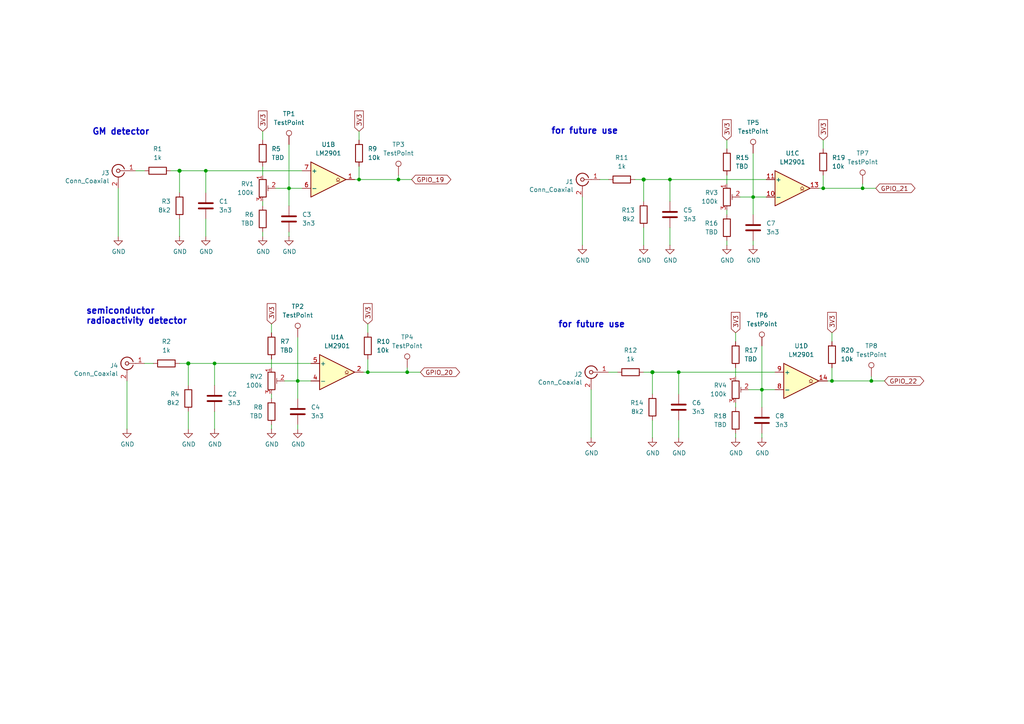
<source format=kicad_sch>
(kicad_sch (version 20250114) (generator "eeschema") (generator_version "9.0")
  (paper "A4")
  (lib_symbols
    (symbol "Comparator:LM2901" (pin_names (offset 0.127))
      (property "Reference" "U" (at 0 5.08 0))
      (property "Value" "LM2901" (at 0 -5.08 0))
      (symbol "LM2901_1_1"
        (polyline (pts (xy -5.08 5.08) (xy 5.08 0) (xy -5.08 -5.08) (xy -5.08 5.08)) (stroke (width 0.254)) (fill (type background)))
        (polyline (pts (xy 3.302 -0.508) (xy 2.794 -0.508) (xy 3.302 0) (xy 2.794 0.508) (xy 2.286 0) (xy 2.794 -0.508) (xy 2.286 -0.508)) (stroke (width 0.127)))
        (pin input line (at -7.62 2.54 0) (length 2.54) (name "+") (number "5"))
        (pin input line (at -7.62 -2.54 0) (length 2.54) (name "-") (number "4"))
        (pin open_collector line (at 7.62 0 180) (length 2.54) (name "~") (number "2"))
      )
      (symbol "LM2901_2_1"
        (polyline (pts (xy -5.08 5.08) (xy 5.08 0) (xy -5.08 -5.08) (xy -5.08 5.08)) (stroke (width 0.254)) (fill (type background)))
        (polyline (pts (xy 3.302 -0.508) (xy 2.794 -0.508) (xy 3.302 0) (xy 2.794 0.508) (xy 2.286 0) (xy 2.794 -0.508) (xy 2.286 -0.508)) (stroke (width 0.127)))
        (pin input line (at -7.62 2.54 0) (length 2.54) (name "+") (number "7"))
        (pin input line (at -7.62 -2.54 0) (length 2.54) (name "-") (number "6"))
        (pin open_collector line (at 7.62 0 180) (length 2.54) (name "~") (number "1"))
      )
      (symbol "LM2901_3_1"
        (polyline (pts (xy -5.08 5.08) (xy 5.08 0) (xy -5.08 -5.08) (xy -5.08 5.08)) (stroke (width 0.254)) (fill (type background)))
        (polyline (pts (xy 3.302 -0.508) (xy 2.794 -0.508) (xy 3.302 0) (xy 2.794 0.508) (xy 2.286 0) (xy 2.794 -0.508) (xy 2.286 -0.508)) (stroke (width 0.127)))
        (pin input line (at -7.62 2.54 0) (length 2.54) (name "+") (number "11"))
        (pin input line (at -7.62 -2.54 0) (length 2.54) (name "-") (number "10"))
        (pin open_collector line (at 7.62 0 180) (length 2.54) (name "~") (number "13"))
      )
      (symbol "LM2901_4_1"
        (polyline (pts (xy -5.08 5.08) (xy 5.08 0) (xy -5.08 -5.08) (xy -5.08 5.08)) (stroke (width 0.254)) (fill (type background)))
        (polyline (pts (xy 3.302 -0.508) (xy 2.794 -0.508) (xy 3.302 0) (xy 2.794 0.508) (xy 2.286 0) (xy 2.794 -0.508) (xy 2.286 -0.508)) (stroke (width 0.127)))
        (pin input line (at -7.62 2.54 0) (length 2.54) (name "+") (number "9"))
        (pin input line (at -7.62 -2.54 0) (length 2.54) (name "-") (number "8"))
        (pin open_collector line (at 7.62 0 180) (length 2.54) (name "~") (number "14"))
      )
      (symbol "LM2901_5_1"
        (pin power_in line (at -2.54 7.62 270) (length 3.81) (name "V+") (number "3"))
        (pin power_in line (at -2.54 -7.62 90) (length 3.81) (name "V-") (number "12"))
      )
    )
    (symbol "Connector:Conn_Coaxial" (pin_names (offset 1.016) (hide yes))
      (property "Reference" "J" (at 0.254 3.048 0))
      (property "Value" "Conn_Coaxial" (at 2.921 0 90))
      (symbol "Conn_Coaxial_0_1"
        (polyline (pts (xy -2.54 0) (xy -0.508 0)))
        (arc (start 1.778 0) (mid 0.222 -1.8079) (end -1.778 -0.508) (stroke (width 0.254)))
        (arc (start -1.778 0.508) (mid 0.2221 1.8084) (end 1.778 0) (stroke (width 0.254)))
        (circle (center 0 0) (radius 0.508) (stroke (width 0.2032)))
        (polyline (pts (xy 0 -2.54) (xy 0 -1.778)))
      )
      (symbol "Conn_Coaxial_1_1"
        (pin passive line (at -5.08 0 0) (length 2.54) (name "In") (number "1"))
        (pin passive line (at 0 -5.08 90) (length 2.54) (name "Ext") (number "2"))
      )
    )
    (symbol "Connector:TestPoint" (pin_numbers (hide yes)) (pin_names (offset 0.762) (hide yes))
      (property "Reference" "TP" (at 0 6.858 0))
      (property "Value" "TestPoint" (at 0 5.08 0))
      (symbol "TestPoint_0_1"
        (circle (center 0 3.302) (radius 0.762))
      )
      (symbol "TestPoint_1_1"
        (pin passive line (at 0 0 90) (length 2.54) (name "1") (number "1"))
      )
    )
    (symbol "Device:C" (pin_numbers (hide yes)) (pin_names (offset 0.254))
      (property "Reference" "C" (at 0.635 2.54 0))
      (property "Value" "C" (at 0.635 -2.54 0))
      (symbol "C_0_1"
        (polyline (pts (xy -2.032 0.762) (xy 2.032 0.762)) (stroke (width 0.508)))
        (polyline (pts (xy -2.032 -0.762) (xy 2.032 -0.762)) (stroke (width 0.508)))
      )
      (symbol "C_1_1"
        (pin passive line (at 0 3.81 270) (length 2.794) (name "~") (number "1"))
        (pin passive line (at 0 -3.81 90) (length 2.794) (name "~") (number "2"))
      )
    )
    (symbol "Device:R" (pin_numbers (hide yes)) (pin_names (offset 0))
      (property "Reference" "R" (at 2.032 0 90))
      (property "Value" "R" (at 0 0 90))
      (symbol "R_0_1"
        (rectangle (start -1.016 -2.54) (end 1.016 2.54) (stroke (width 0.254)))
      )
      (symbol "R_1_1"
        (pin passive line (at 0 3.81 270) (length 1.27) (name "~") (number "1"))
        (pin passive line (at 0 -3.81 90) (length 1.27) (name "~") (number "2"))
      )
    )
    (symbol "Device:R_Potentiometer_Trim" (pin_names (offset 1.016) (hide yes))
      (property "Reference" "RV" (at -4.445 0 90))
      (property "Value" "R_Potentiometer_Trim" (at -2.54 0 90))
      (symbol "R_Potentiometer_Trim_0_1"
        (rectangle (start 1.016 2.54) (end -1.016 -2.54) (stroke (width 0.254)))
        (polyline (pts (xy 1.524 0.762) (xy 1.524 -0.762)))
        (polyline (pts (xy 2.54 0) (xy 1.524 0)))
      )
      (symbol "R_Potentiometer_Trim_1_1"
        (pin passive line (at 0 3.81 270) (length 1.27) (name "1") (number "1"))
        (pin passive line (at 0 -3.81 90) (length 1.27) (name "3") (number "3"))
        (pin passive line (at 3.81 0 180) (length 1.27) (name "2") (number "2"))
      )
    )
    (symbol "power:GND" (power) (pin_numbers (hide yes)) (pin_names (offset 0) (hide yes))
      (property "Value" "GND" (at 0 -3.81 0))
      (symbol "GND_0_1"
        (polyline (pts (xy 0 0) (xy 0 -1.27) (xy 1.27 -1.27) (xy 0 -2.54) (xy -1.27 -1.27) (xy 0 -1.27)))
      )
      (symbol "GND_1_1"
        (pin power_in line (at 0 0 270) (length 0) (name "~") (number "1"))
      )
    )
  )
  (text "GM detector" (at 26.67 39.37 0) (effects (font (size 1.8034 1.8034) (thickness 0.3607) (bold yes)) (justify left bottom)))
  (text "for future use" (at 161.798 95.25 0) (effects (font (size 1.8034 1.8034) (thickness 0.3607) (bold yes)) (justify left bottom)))
  (text "semiconductor \nradioactivity detector" (at 24.892 94.234 0) (effects (font (size 1.8034 1.8034) (thickness 0.3607) (bold yes)) (justify left bottom)))
  (text "for future use" (at 159.766 39.116 0) (effects (font (size 1.8034 1.8034) (thickness 0.3607) (bold yes)) (justify left bottom)))
  (junction (at 59.69 49.53))
  (junction (at 83.82 54.61))
  (junction (at 189.23 107.95) (diameter 1.016))
  (junction (at 238.76 54.61))
  (junction (at 62.23 105.41))
  (junction (at 252.73 110.49))
  (junction (at 54.61 105.41) (diameter 1.016))
  (junction (at 250.19 54.61))
  (junction (at 115.57 52.07))
  (junction (at 241.3 110.49))
  (junction (at 106.68 107.95))
  (junction (at 186.69 52.07) (diameter 1.016))
  (junction (at 220.98 113.03))
  (junction (at 52.07 49.53) (diameter 1.016))
  (junction (at 104.14 52.07))
  (junction (at 86.36 110.49))
  (junction (at 218.44 57.15))
  (junction (at 194.31 52.07))
  (junction (at 118.11 107.95))
  (junction (at 196.85 107.95))
  (wire (pts (xy 82.55 110.49) (xy 86.36 110.49)))
  (wire (pts (xy 168.91 57.15) (xy 168.91 71.12)))
  (wire (pts (xy 252.73 110.49) (xy 256.54 110.49)))
  (wire (pts (xy 106.68 104.14) (xy 106.68 107.95)))
  (wire (pts (xy 214.63 57.15) (xy 218.44 57.15)))
  (wire (pts (xy 62.23 105.41) (xy 90.17 105.41)))
  (wire (pts (xy 34.29 54.61) (xy 34.29 68.58)))
  (wire (pts (xy 105.41 107.95) (xy 106.68 107.95)))
  (wire (pts (xy 213.36 106.68) (xy 213.36 109.22)))
  (wire (pts (xy 86.36 110.49) (xy 90.17 110.49)))
  (wire (pts (xy 217.17 113.03) (xy 220.98 113.03)))
  (wire (pts (xy 83.82 67.31) (xy 83.82 68.58)))
  (wire (pts (xy 104.14 52.07) (xy 115.57 52.07)))
  (wire (pts (xy 213.36 125.73) (xy 213.36 127)))
  (wire (pts (xy 49.53 49.53) (xy 52.07 49.53)))
  (wire (pts (xy 115.57 50.8) (xy 115.57 52.07)))
  (wire (pts (xy 176.53 107.95) (xy 179.07 107.95)))
  (wire (pts (xy 76.2 38.1) (xy 76.2 40.64)))
  (wire (pts (xy 76.2 67.31) (xy 76.2 68.58)))
  (wire (pts (xy 186.69 52.07) (xy 186.69 58.42)))
  (wire (pts (xy 196.85 121.92) (xy 196.85 127)))
  (wire (pts (xy 220.98 125.73) (xy 220.98 127)))
  (wire (pts (xy 54.61 105.41) (xy 62.23 105.41)))
  (wire (pts (xy 220.98 100.33) (xy 220.98 113.03)))
  (wire (pts (xy 76.2 58.42) (xy 76.2 59.69)))
  (wire (pts (xy 220.98 113.03) (xy 220.98 118.11)))
  (wire (pts (xy 218.44 57.15) (xy 218.44 62.23)))
  (wire (pts (xy 210.82 60.96) (xy 210.82 62.23)))
  (wire (pts (xy 59.69 63.5) (xy 59.69 68.58)))
  (wire (pts (xy 76.2 48.26) (xy 76.2 50.8)))
  (wire (pts (xy 210.82 40.64) (xy 210.82 43.18)))
  (wire (pts (xy 238.76 40.64) (xy 238.76 43.18)))
  (wire (pts (xy 80.01 54.61) (xy 83.82 54.61)))
  (wire (pts (xy 118.11 106.68) (xy 118.11 107.95)))
  (wire (pts (xy 106.68 107.95) (xy 118.11 107.95)))
  (wire (pts (xy 184.15 52.07) (xy 186.69 52.07)))
  (wire (pts (xy 54.61 105.41) (xy 54.61 111.76)))
  (wire (pts (xy 186.69 107.95) (xy 189.23 107.95)))
  (wire (pts (xy 83.82 54.61) (xy 87.63 54.61)))
  (wire (pts (xy 36.83 110.49) (xy 36.83 124.46)))
  (wire (pts (xy 115.57 52.07) (xy 119.38 52.07)))
  (wire (pts (xy 220.98 113.03) (xy 224.79 113.03)))
  (wire (pts (xy 78.74 114.3) (xy 78.74 115.57)))
  (wire (pts (xy 213.36 96.52) (xy 213.36 99.06)))
  (wire (pts (xy 86.36 110.49) (xy 86.36 115.57)))
  (wire (pts (xy 52.07 49.53) (xy 52.07 55.88)))
  (wire (pts (xy 86.36 97.79) (xy 86.36 110.49)))
  (wire (pts (xy 78.74 104.14) (xy 78.74 106.68)))
  (wire (pts (xy 196.85 107.95) (xy 196.85 114.3)))
  (wire (pts (xy 213.36 116.84) (xy 213.36 118.11)))
  (wire (pts (xy 186.69 52.07) (xy 194.31 52.07)))
  (wire (pts (xy 83.82 54.61) (xy 83.82 59.69)))
  (wire (pts (xy 118.11 107.95) (xy 121.92 107.95)))
  (wire (pts (xy 52.07 49.53) (xy 59.69 49.53)))
  (wire (pts (xy 238.76 50.8) (xy 238.76 54.61)))
  (wire (pts (xy 78.74 93.98) (xy 78.74 96.52)))
  (wire (pts (xy 196.85 107.95) (xy 224.79 107.95)))
  (wire (pts (xy 104.14 38.1) (xy 104.14 40.64)))
  (wire (pts (xy 106.68 93.98) (xy 106.68 96.52)))
  (wire (pts (xy 102.87 52.07) (xy 104.14 52.07)))
  (wire (pts (xy 59.69 49.53) (xy 59.69 55.88)))
  (wire (pts (xy 171.45 113.03) (xy 171.45 127)))
  (wire (pts (xy 62.23 105.41) (xy 62.23 111.76)))
  (wire (pts (xy 237.49 54.61) (xy 238.76 54.61)))
  (wire (pts (xy 241.3 96.52) (xy 241.3 99.06)))
  (wire (pts (xy 194.31 52.07) (xy 194.31 58.42)))
  (wire (pts (xy 210.82 50.8) (xy 210.82 53.34)))
  (wire (pts (xy 218.44 44.45) (xy 218.44 57.15)))
  (wire (pts (xy 104.14 48.26) (xy 104.14 52.07)))
  (wire (pts (xy 241.3 106.68) (xy 241.3 110.49)))
  (wire (pts (xy 194.31 52.07) (xy 222.25 52.07)))
  (wire (pts (xy 78.74 123.19) (xy 78.74 124.46)))
  (wire (pts (xy 86.36 123.19) (xy 86.36 124.46)))
  (wire (pts (xy 62.23 119.38) (xy 62.23 124.46)))
  (wire (pts (xy 54.61 119.38) (xy 54.61 124.46)))
  (wire (pts (xy 41.91 105.41) (xy 44.45 105.41)))
  (wire (pts (xy 52.07 105.41) (xy 54.61 105.41)))
  (wire (pts (xy 252.73 109.22) (xy 252.73 110.49)))
  (wire (pts (xy 250.19 53.34) (xy 250.19 54.61)))
  (wire (pts (xy 83.82 41.91) (xy 83.82 54.61)))
  (wire (pts (xy 39.37 49.53) (xy 41.91 49.53)))
  (wire (pts (xy 218.44 69.85) (xy 218.44 71.12)))
  (wire (pts (xy 186.69 66.04) (xy 186.69 71.12)))
  (wire (pts (xy 189.23 121.92) (xy 189.23 127)))
  (wire (pts (xy 59.69 49.53) (xy 87.63 49.53)))
  (wire (pts (xy 218.44 57.15) (xy 222.25 57.15)))
  (wire (pts (xy 238.76 54.61) (xy 250.19 54.61)))
  (wire (pts (xy 250.19 54.61) (xy 254 54.61)))
  (wire (pts (xy 194.31 66.04) (xy 194.31 71.12)))
  (wire (pts (xy 173.99 52.07) (xy 176.53 52.07)))
  (wire (pts (xy 52.07 63.5) (xy 52.07 68.58)))
  (wire (pts (xy 189.23 107.95) (xy 189.23 114.3)))
  (wire (pts (xy 189.23 107.95) (xy 196.85 107.95)))
  (wire (pts (xy 210.82 69.85) (xy 210.82 71.12)))
  (wire (pts (xy 240.03 110.49) (xy 241.3 110.49)))
  (wire (pts (xy 241.3 110.49) (xy 252.73 110.49)))
  (global_label "GPIO_19" (shape bidirectional) (at 119.38 52.07 0) (property "Intersheetrefs" "${INTERSHEET_REFS}" (effects (hide yes))))
  (global_label "3V3" (shape input) (at 238.76 40.64 90) (property "Intersheetrefs" "${INTERSHEET_REFS}" (effects (hide yes))))
  (global_label "GPIO_20" (shape bidirectional) (at 121.92 107.95 0) (property "Intersheetrefs" "${INTERSHEET_REFS}" (effects (hide yes))))
  (global_label "GPIO_22" (shape bidirectional) (at 256.54 110.49 0) (property "Intersheetrefs" "${INTERSHEET_REFS}" (effects (hide yes))))
  (global_label "GPIO_21" (shape bidirectional) (at 254 54.61 0) (property "Intersheetrefs" "${INTERSHEET_REFS}" (effects (hide yes))))
  (global_label "3V3" (shape input) (at 76.2 38.1 90) (property "Intersheetrefs" "${INTERSHEET_REFS}" (effects (hide yes))))
  (global_label "3V3" (shape input) (at 213.36 96.52 90) (property "Intersheetrefs" "${INTERSHEET_REFS}" (effects (hide yes))))
  (global_label "3V3" (shape input) (at 78.74 93.98 90) (property "Intersheetrefs" "${INTERSHEET_REFS}" (effects (hide yes))))
  (global_label "3V3" (shape input) (at 106.68 93.98 90) (property "Intersheetrefs" "${INTERSHEET_REFS}" (effects (hide yes))))
  (global_label "3V3" (shape input) (at 241.3 96.52 90) (property "Intersheetrefs" "${INTERSHEET_REFS}" (effects (hide yes))))
  (global_label "3V3" (shape input) (at 104.14 38.1 90) (property "Intersheetrefs" "${INTERSHEET_REFS}" (effects (hide yes))))
  (global_label "3V3" (shape input) (at 210.82 40.64 90) (property "Intersheetrefs" "${INTERSHEET_REFS}" (effects (hide yes))))
  (symbol (lib_id "Device:R") (at 48.26 105.41 90) (unit 1)
    (property "Reference" "R2" (at 48.26 99.06 90))
    (property "Value" "1k" (at 48.26 101.6 90))
    (property "Footprint" "Resistor_SMD:R_0805_2012Metric" (effects (hide yes)))
  )
  (symbol (lib_id "Device:R") (at 186.69 62.23 180) (unit 1)
    (property "Reference" "R13" (at 184.15 60.9599 0) (effects (justify left)))
    (property "Value" "8k2" (at 184.15 63.4999 0) (effects (justify left)))
    (property "Footprint" "Resistor_SMD:R_0805_2012Metric" (effects (hide yes)))
  )
  (symbol (lib_id "power:GND") (at 186.69 71.12 0) (unit 1)
    (property "Reference" "#PWR029" (effects (hide yes)))
    (property "Value" "GND" (at 186.817 75.5142 0))
    (property "Description" "Power symbol creates a global label with name \"GND\" , ground" (effects (hide yes)))
  )
  (symbol (lib_id "Connector:Conn_Coaxial") (at 36.83 105.41 0) (mirror y) (unit 1)
    (property "Reference" "J4" (at 34.29 106.045 0) (effects (justify left)))
    (property "Value" "Conn_Coaxial" (at 34.29 108.3564 0) (effects (justify left)))
    (property "Footprint" "Connector_Coaxial:SMA_Molex_73251-2200_Horizontal" (effects (hide yes)))
    (property "Description" "coaxial connector (BNC, SMA, SMB, SMC, Cinch/RCA, LEMO, ...)" (effects (hide yes)))
  )
  (symbol (lib_id "Connector:TestPoint") (at 252.73 109.22 0) (unit 1)
    (property "Reference" "TP8" (at 252.73 100.33 0))
    (property "Value" "TestPoint" (at 252.73 102.87 0))
    (property "Footprint" "TestPoint:TestPoint_Pad_D1.5mm" (effects (hide yes)))
  )
  (symbol (lib_id "Device:C") (at 220.98 121.92 0) (unit 1)
    (property "Reference" "C8" (at 224.79 120.6499 0) (effects (justify left)))
    (property "Value" "3n3" (at 224.79 123.1899 0) (effects (justify left)))
    (property "Footprint" "Capacitor_SMD:C_0805_2012Metric" (effects (hide yes)))
  )
  (symbol (lib_id "power:GND") (at 78.74 124.46 0) (unit 1)
    (property "Reference" "#PWR021" (effects (hide yes)))
    (property "Value" "GND" (at 78.867 128.8542 0))
    (property "Description" "Power symbol creates a global label with name \"GND\" , ground" (effects (hide yes)))
  )
  (symbol (lib_id "Comparator:LM2901") (at 97.79 107.95 0) (unit 1)
    (property "Reference" "U1" (at 97.79 97.79 0))
    (property "Value" "LM2901" (at 97.79 100.33 0))
    (property "Footprint" "Package_SO:SO-14_3.9x8.65mm_P1.27mm" (effects (hide yes)))
    (property "Datasheet" "https://www.st.com/resource/en/datasheet/lm2901.pdf" (effects (hide yes)))
    (property "Description" "Quad Differential Comparators, DIP-14/SOIC-14/TSSOP-14" (effects (hide yes)))
  )
  (symbol (lib_id "Comparator:LM2901") (at 229.87 54.61 0) (unit 3)
    (property "Reference" "U1" (at 229.87 44.45 0))
    (property "Value" "LM2901" (at 229.87 46.99 0))
    (property "Footprint" "Package_SO:SO-14_3.9x8.65mm_P1.27mm" (effects (hide yes)))
    (property "Datasheet" "https://www.st.com/resource/en/datasheet/lm2901.pdf" (effects (hide yes)))
    (property "Description" "Quad Differential Comparators, DIP-14/SOIC-14/TSSOP-14" (effects (hide yes)))
  )
  (symbol (lib_id "Device:C") (at 218.44 66.04 0) (unit 1)
    (property "Reference" "C7" (at 222.25 64.7699 0) (effects (justify left)))
    (property "Value" "3n3" (at 222.25 67.3099 0) (effects (justify left)))
    (property "Footprint" "Capacitor_SMD:C_0805_2012Metric" (effects (hide yes)))
  )
  (symbol (lib_id "Connector:TestPoint") (at 250.19 53.34 0) (unit 1)
    (property "Reference" "TP7" (at 250.19 44.45 0))
    (property "Value" "TestPoint" (at 250.19 46.99 0))
    (property "Footprint" "TestPoint:TestPoint_Pad_D1.5mm" (effects (hide yes)))
  )
  (symbol (lib_id "Connector:TestPoint") (at 118.11 106.68 0) (unit 1)
    (property "Reference" "TP4" (at 118.11 97.79 0))
    (property "Value" "TestPoint" (at 118.11 100.33 0))
    (property "Footprint" "TestPoint:TestPoint_Pad_D1.5mm" (effects (hide yes)))
  )
  (symbol (lib_id "power:GND") (at 168.91 71.12 0) (unit 1)
    (property "Reference" "#PWR028" (effects (hide yes)))
    (property "Value" "GND" (at 169.037 75.5142 0))
    (property "Description" "Power symbol creates a global label with name \"GND\" , ground" (effects (hide yes)))
  )
  (symbol (lib_id "power:GND") (at 59.69 68.58 0) (unit 1)
    (property "Reference" "#PWR05" (effects (hide yes)))
    (property "Value" "GND" (at 59.817 72.9742 0))
    (property "Description" "Power symbol creates a global label with name \"GND\" , ground" (effects (hide yes)))
  )
  (symbol (lib_id "Comparator:LM2901") (at 95.25 52.07 0) (unit 2)
    (property "Reference" "U1" (at 95.25 41.91 0))
    (property "Value" "LM2901" (at 95.25 44.45 0))
    (property "Footprint" "Package_SO:SO-14_3.9x8.65mm_P1.27mm" (effects (hide yes)))
    (property "Datasheet" "https://www.st.com/resource/en/datasheet/lm2901.pdf" (effects (hide yes)))
    (property "Description" "Quad Differential Comparators, DIP-14/SOIC-14/TSSOP-14" (effects (hide yes)))
  )
  (symbol (lib_id "Device:R") (at 238.76 46.99 180) (unit 1)
    (property "Reference" "R19" (at 241.3 45.7199 0) (effects (justify right)))
    (property "Value" "10k" (at 241.3 48.2599 0) (effects (justify right)))
    (property "Footprint" "Resistor_SMD:R_0805_2012Metric" (effects (hide yes)))
  )
  (symbol (lib_id "Device:R") (at 213.36 102.87 180) (unit 1)
    (property "Reference" "R17" (at 215.9 101.5999 0) (effects (justify right)))
    (property "Value" "TBD" (at 215.9 104.1399 0) (effects (justify right)))
    (property "Footprint" "Resistor_SMD:R_0805_2012Metric" (effects (hide yes)))
  )
  (symbol (lib_id "Device:R") (at 213.36 121.92 180) (unit 1)
    (property "Reference" "R18" (at 210.82 120.6499 0) (effects (justify left)))
    (property "Value" "TBD" (at 210.82 123.1899 0) (effects (justify left)))
    (property "Footprint" "Resistor_SMD:R_0805_2012Metric" (effects (hide yes)))
  )
  (symbol (lib_id "Connector:Conn_Coaxial") (at 34.29 49.53 0) (mirror y) (unit 1)
    (property "Reference" "J3" (at 31.75 50.165 0) (effects (justify left)))
    (property "Value" "Conn_Coaxial" (at 31.75 52.4764 0) (effects (justify left)))
    (property "Footprint" "Connector_Coaxial:SMA_Molex_73251-2200_Horizontal" (effects (hide yes)))
    (property "Description" "coaxial connector (BNC, SMA, SMB, SMC, Cinch/RCA, LEMO, ...)" (effects (hide yes)))
  )
  (symbol (lib_id "power:GND") (at 218.44 71.12 0) (unit 1)
    (property "Reference" "#PWR032" (effects (hide yes)))
    (property "Value" "GND" (at 218.567 75.5142 0))
    (property "Description" "Power symbol creates a global label with name \"GND\" , ground" (effects (hide yes)))
  )
  (symbol (lib_id "Connector:TestPoint") (at 220.98 100.33 0) (unit 1)
    (property "Reference" "TP6" (at 220.98 91.44 0))
    (property "Value" "TestPoint" (at 220.98 93.98 0))
    (property "Footprint" "TestPoint:TestPoint_Pad_D1.5mm" (effects (hide yes)))
  )
  (symbol (lib_id "Device:R") (at 189.23 118.11 180) (unit 1)
    (property "Reference" "R14" (at 186.69 116.8399 0) (effects (justify left)))
    (property "Value" "8k2" (at 186.69 119.3799 0) (effects (justify left)))
    (property "Footprint" "Resistor_SMD:R_0805_2012Metric" (effects (hide yes)))
  )
  (symbol (lib_id "Device:C") (at 194.31 62.23 0) (unit 1)
    (property "Reference" "C5" (at 198.12 60.9599 0) (effects (justify left)))
    (property "Value" "3n3" (at 198.12 63.4999 0) (effects (justify left)))
    (property "Footprint" "Capacitor_SMD:C_0805_2012Metric" (effects (hide yes)))
  )
  (symbol (lib_id "Connector:TestPoint") (at 218.44 44.45 0) (unit 1)
    (property "Reference" "TP5" (at 218.44 35.56 0))
    (property "Value" "TestPoint" (at 218.44 38.1 0))
    (property "Footprint" "TestPoint:TestPoint_Pad_D1.5mm" (effects (hide yes)))
  )
  (symbol (lib_id "power:GND") (at 210.82 71.12 0) (unit 1)
    (property "Reference" "#PWR031" (effects (hide yes)))
    (property "Value" "GND" (at 210.947 75.5142 0))
    (property "Description" "Power symbol creates a global label with name \"GND\" , ground" (effects (hide yes)))
  )
  (symbol (lib_id "Device:R") (at 76.2 63.5 180) (unit 1)
    (property "Reference" "R6" (at 73.66 62.2299 0) (effects (justify left)))
    (property "Value" "TBD" (at 73.66 64.7699 0) (effects (justify left)))
    (property "Footprint" "Resistor_SMD:R_0805_2012Metric" (effects (hide yes)))
  )
  (symbol (lib_id "Connector:Conn_Coaxial") (at 168.91 52.07 0) (mirror y) (unit 1)
    (property "Reference" "J1" (at 166.37 52.705 0) (effects (justify left)))
    (property "Value" "Conn_Coaxial" (at 166.37 55.0164 0) (effects (justify left)))
    (property "Footprint" "Connector_Coaxial:SMA_Molex_73251-2200_Horizontal" (effects (hide yes)))
    (property "Description" "coaxial connector (BNC, SMA, SMB, SMC, Cinch/RCA, LEMO, ...)" (effects (hide yes)))
  )
  (symbol (lib_id "Device:C") (at 86.36 119.38 0) (unit 1)
    (property "Reference" "C4" (at 90.17 118.1099 0) (effects (justify left)))
    (property "Value" "3n3" (at 90.17 120.6499 0) (effects (justify left)))
    (property "Footprint" "Capacitor_SMD:C_0805_2012Metric" (effects (hide yes)))
  )
  (symbol (lib_id "power:GND") (at 52.07 68.58 0) (unit 1)
    (property "Reference" "#PWR03" (effects (hide yes)))
    (property "Value" "GND" (at 52.197 72.9742 0))
    (property "Description" "Power symbol creates a global label with name \"GND\" , ground" (effects (hide yes)))
  )
  (symbol (lib_id "power:GND") (at 196.85 127 0) (unit 1)
    (property "Reference" "#PWR025" (effects (hide yes)))
    (property "Value" "GND" (at 196.977 131.3942 0))
    (property "Description" "Power symbol creates a global label with name \"GND\" , ground" (effects (hide yes)))
  )
  (symbol (lib_id "power:GND") (at 189.23 127 0) (unit 1)
    (property "Reference" "#PWR024" (effects (hide yes)))
    (property "Value" "GND" (at 189.357 131.3942 0))
    (property "Description" "Power symbol creates a global label with name \"GND\" , ground" (effects (hide yes)))
  )
  (symbol (lib_id "Comparator:LM2901") (at 232.41 110.49 0) (unit 4)
    (property "Reference" "U1" (at 232.41 100.33 0))
    (property "Value" "LM2901" (at 232.41 102.87 0))
    (property "Footprint" "Package_SO:SO-14_3.9x8.65mm_P1.27mm" (effects (hide yes)))
    (property "Datasheet" "https://www.st.com/resource/en/datasheet/lm2901.pdf" (effects (hide yes)))
    (property "Description" "Quad Differential Comparators, DIP-14/SOIC-14/TSSOP-14" (effects (hide yes)))
  )
  (symbol (lib_id "power:GND") (at 34.29 68.58 0) (unit 1)
    (property "Reference" "#PWR01" (effects (hide yes)))
    (property "Value" "GND" (at 34.417 72.9742 0))
    (property "Description" "Power symbol creates a global label with name \"GND\" , ground" (effects (hide yes)))
  )
  (symbol (lib_id "power:GND") (at 220.98 127 0) (unit 1)
    (property "Reference" "#PWR027" (effects (hide yes)))
    (property "Value" "GND" (at 221.107 131.3942 0))
    (property "Description" "Power symbol creates a global label with name \"GND\" , ground" (effects (hide yes)))
  )
  (symbol (lib_id "Device:R_Potentiometer_Trim") (at 76.2 54.61 0) (unit 1)
    (property "Reference" "RV1" (at 73.66 53.3399 0) (effects (justify right)))
    (property "Value" "100k" (at 73.66 55.8799 0) (effects (justify right)))
    (property "Footprint" "Potentiometer_THT:Potentiometer_Bourns_3296W_Vertical" (effects (hide yes)))
    (property "Description" "Trim-potentiometer" (effects (hide yes)))
  )
  (symbol (lib_id "Device:R") (at 52.07 59.69 180) (unit 1)
    (property "Reference" "R3" (at 49.53 58.4199 0) (effects (justify left)))
    (property "Value" "8k2" (at 49.53 60.9599 0) (effects (justify left)))
    (property "Footprint" "Resistor_SMD:R_0805_2012Metric" (effects (hide yes)))
  )
  (symbol (lib_id "power:GND") (at 171.45 127 0) (unit 1)
    (property "Reference" "#PWR023" (effects (hide yes)))
    (property "Value" "GND" (at 171.577 131.3942 0))
    (property "Description" "Power symbol creates a global label with name \"GND\" , ground" (effects (hide yes)))
  )
  (symbol (lib_id "Device:C") (at 59.69 59.69 0) (unit 1)
    (property "Reference" "C1" (at 63.5 58.4199 0) (effects (justify left)))
    (property "Value" "3n3" (at 63.5 60.9599 0) (effects (justify left)))
    (property "Footprint" "Capacitor_SMD:C_0805_2012Metric" (effects (hide yes)))
  )
  (symbol (lib_id "Connector:Conn_Coaxial") (at 171.45 107.95 0) (mirror y) (unit 1)
    (property "Reference" "J2" (at 168.91 108.585 0) (effects (justify left)))
    (property "Value" "Conn_Coaxial" (at 168.91 110.8964 0) (effects (justify left)))
    (property "Footprint" "Connector_Coaxial:SMA_Molex_73251-2200_Horizontal" (effects (hide yes)))
    (property "Description" "coaxial connector (BNC, SMA, SMB, SMC, Cinch/RCA, LEMO, ...)" (effects (hide yes)))
  )
  (symbol (lib_id "power:GND") (at 213.36 127 0) (unit 1)
    (property "Reference" "#PWR026" (effects (hide yes)))
    (property "Value" "GND" (at 213.487 131.3942 0))
    (property "Description" "Power symbol creates a global label with name \"GND\" , ground" (effects (hide yes)))
  )
  (symbol (lib_id "Device:R") (at 78.74 119.38 180) (unit 1)
    (property "Reference" "R8" (at 76.2 118.1099 0) (effects (justify left)))
    (property "Value" "TBD" (at 76.2 120.6499 0) (effects (justify left)))
    (property "Footprint" "Resistor_SMD:R_0805_2012Metric" (effects (hide yes)))
  )
  (symbol (lib_id "Device:C") (at 83.82 63.5 0) (unit 1)
    (property "Reference" "C3" (at 87.63 62.2299 0) (effects (justify left)))
    (property "Value" "3n3" (at 87.63 64.7699 0) (effects (justify left)))
    (property "Footprint" "Capacitor_SMD:C_0805_2012Metric" (effects (hide yes)))
  )
  (symbol (lib_id "Device:R") (at 241.3 102.87 180) (unit 1)
    (property "Reference" "R20" (at 243.84 101.5999 0) (effects (justify right)))
    (property "Value" "10k" (at 243.84 104.1399 0) (effects (justify right)))
    (property "Footprint" "Resistor_SMD:R_0805_2012Metric" (effects (hide yes)))
  )
  (symbol (lib_id "power:GND") (at 194.31 71.12 0) (unit 1)
    (property "Reference" "#PWR030" (effects (hide yes)))
    (property "Value" "GND" (at 194.437 75.5142 0))
    (property "Description" "Power symbol creates a global label with name \"GND\" , ground" (effects (hide yes)))
  )
  (symbol (lib_id "power:GND") (at 54.61 124.46 0) (unit 1)
    (property "Reference" "#PWR019" (effects (hide yes)))
    (property "Value" "GND" (at 54.737 128.8542 0))
    (property "Description" "Power symbol creates a global label with name \"GND\" , ground" (effects (hide yes)))
  )
  (symbol (lib_id "Device:R") (at 182.88 107.95 90) (unit 1)
    (property "Reference" "R12" (at 182.88 101.6 90))
    (property "Value" "1k" (at 182.88 104.14 90))
    (property "Footprint" "Resistor_SMD:R_0805_2012Metric" (effects (hide yes)))
  )
  (symbol (lib_id "Device:C") (at 62.23 115.57 0) (unit 1)
    (property "Reference" "C2" (at 66.04 114.2999 0) (effects (justify left)))
    (property "Value" "3n3" (at 66.04 116.8399 0) (effects (justify left)))
    (property "Footprint" "Capacitor_SMD:C_0805_2012Metric" (effects (hide yes)))
  )
  (symbol (lib_id "Device:R") (at 78.74 100.33 180) (unit 1)
    (property "Reference" "R7" (at 81.28 99.0599 0) (effects (justify right)))
    (property "Value" "TBD" (at 81.28 101.5999 0) (effects (justify right)))
    (property "Footprint" "Resistor_SMD:R_0805_2012Metric" (effects (hide yes)))
  )
  (symbol (lib_id "Device:R_Potentiometer_Trim") (at 213.36 113.03 0) (unit 1)
    (property "Reference" "RV4" (at 210.82 111.7599 0) (effects (justify right)))
    (property "Value" "100k" (at 210.82 114.2999 0) (effects (justify right)))
    (property "Footprint" "Potentiometer_THT:Potentiometer_Bourns_3296W_Vertical" (effects (hide yes)))
    (property "Description" "Trim-potentiometer" (effects (hide yes)))
  )
  (symbol (lib_id "Device:R") (at 180.34 52.07 90) (unit 1)
    (property "Reference" "R11" (at 180.34 45.72 90))
    (property "Value" "1k" (at 180.34 48.26 90))
    (property "Footprint" "Resistor_SMD:R_0805_2012Metric" (effects (hide yes)))
  )
  (symbol (lib_id "power:GND") (at 62.23 124.46 0) (unit 1)
    (property "Reference" "#PWR020" (effects (hide yes)))
    (property "Value" "GND" (at 62.357 128.8542 0))
    (property "Description" "Power symbol creates a global label with name \"GND\" , ground" (effects (hide yes)))
  )
  (symbol (lib_id "power:GND") (at 76.2 68.58 0) (unit 1)
    (property "Reference" "#PWR07" (effects (hide yes)))
    (property "Value" "GND" (at 76.327 72.9742 0))
    (property "Description" "Power symbol creates a global label with name \"GND\" , ground" (effects (hide yes)))
  )
  (symbol (lib_id "power:GND") (at 83.82 68.58 0) (unit 1)
    (property "Reference" "#PWR017" (effects (hide yes)))
    (property "Value" "GND" (at 83.947 72.9742 0))
    (property "Description" "Power symbol creates a global label with name \"GND\" , ground" (effects (hide yes)))
  )
  (symbol (lib_id "Device:R") (at 54.61 115.57 180) (unit 1)
    (property "Reference" "R4" (at 52.07 114.2999 0) (effects (justify left)))
    (property "Value" "8k2" (at 52.07 116.8399 0) (effects (justify left)))
    (property "Footprint" "Resistor_SMD:R_0805_2012Metric" (effects (hide yes)))
  )
  (symbol (lib_id "Connector:TestPoint") (at 83.82 41.91 0) (unit 1)
    (property "Reference" "TP1" (at 83.82 33.02 0))
    (property "Value" "TestPoint" (at 83.82 35.56 0))
    (property "Footprint" "TestPoint:TestPoint_Pad_D1.5mm" (effects (hide yes)))
  )
  (symbol (lib_id "Device:R") (at 45.72 49.53 90) (unit 1)
    (property "Reference" "R1" (at 45.72 43.18 90))
    (property "Value" "1k" (at 45.72 45.72 90))
    (property "Footprint" "Resistor_SMD:R_0805_2012Metric" (effects (hide yes)))
  )
  (symbol (lib_id "Device:R_Potentiometer_Trim") (at 210.82 57.15 0) (unit 1)
    (property "Reference" "RV3" (at 208.28 55.8799 0) (effects (justify right)))
    (property "Value" "100k" (at 208.28 58.4199 0) (effects (justify right)))
    (property "Footprint" "Potentiometer_THT:Potentiometer_Bourns_3296W_Vertical" (effects (hide yes)))
    (property "Description" "Trim-potentiometer" (effects (hide yes)))
  )
  (symbol (lib_id "power:GND") (at 86.36 124.46 0) (unit 1)
    (property "Reference" "#PWR022" (effects (hide yes)))
    (property "Value" "GND" (at 86.487 128.8542 0))
    (property "Description" "Power symbol creates a global label with name \"GND\" , ground" (effects (hide yes)))
  )
  (symbol (lib_id "Device:R_Potentiometer_Trim") (at 78.74 110.49 0) (unit 1)
    (property "Reference" "RV2" (at 76.2 109.2199 0) (effects (justify right)))
    (property "Value" "100k" (at 76.2 111.7599 0) (effects (justify right)))
    (property "Footprint" "Potentiometer_THT:Potentiometer_Bourns_3296W_Vertical" (effects (hide yes)))
    (property "Description" "Trim-potentiometer" (effects (hide yes)))
  )
  (symbol (lib_id "Device:C") (at 196.85 118.11 0) (unit 1)
    (property "Reference" "C6" (at 200.66 116.8399 0) (effects (justify left)))
    (property "Value" "3n3" (at 200.66 119.3799 0) (effects (justify left)))
    (property "Footprint" "Capacitor_SMD:C_0805_2012Metric" (effects (hide yes)))
  )
  (symbol (lib_id "Device:R") (at 106.68 100.33 180) (unit 1)
    (property "Reference" "R10" (at 109.22 99.0599 0) (effects (justify right)))
    (property "Value" "10k" (at 109.22 101.5999 0) (effects (justify right)))
    (property "Footprint" "Resistor_SMD:R_0805_2012Metric" (effects (hide yes)))
  )
  (symbol (lib_id "Device:R") (at 104.14 44.45 180) (unit 1)
    (property "Reference" "R9" (at 106.68 43.1799 0) (effects (justify right)))
    (property "Value" "10k" (at 106.68 45.7199 0) (effects (justify right)))
    (property "Footprint" "Resistor_SMD:R_0805_2012Metric" (effects (hide yes)))
  )
  (symbol (lib_id "Connector:TestPoint") (at 115.57 50.8 0) (unit 1)
    (property "Reference" "TP3" (at 115.57 41.91 0))
    (property "Value" "TestPoint" (at 115.57 44.45 0))
    (property "Footprint" "TestPoint:TestPoint_Pad_D1.5mm" (effects (hide yes)))
  )
  (symbol (lib_id "Connector:TestPoint") (at 86.36 97.79 0) (unit 1)
    (property "Reference" "TP2" (at 86.36 88.9 0))
    (property "Value" "TestPoint" (at 86.36 91.44 0))
    (property "Footprint" "TestPoint:TestPoint_Pad_D1.5mm" (effects (hide yes)))
  )
  (symbol (lib_id "power:GND") (at 36.83 124.46 0) (unit 1)
    (property "Reference" "#PWR018" (effects (hide yes)))
    (property "Value" "GND" (at 36.957 128.8542 0))
    (property "Description" "Power symbol creates a global label with name \"GND\" , ground" (effects (hide yes)))
  )
  (symbol (lib_id "Device:R") (at 76.2 44.45 180) (unit 1)
    (property "Reference" "R5" (at 78.74 43.1799 0) (effects (justify right)))
    (property "Value" "TBD" (at 78.74 45.7199 0) (effects (justify right)))
    (property "Footprint" "Resistor_SMD:R_0805_2012Metric" (effects (hide yes)))
  )
  (symbol (lib_id "Device:R") (at 210.82 46.99 180) (unit 1)
    (property "Reference" "R15" (at 213.36 45.7199 0) (effects (justify right)))
    (property "Value" "TBD" (at 213.36 48.2599 0) (effects (justify right)))
    (property "Footprint" "Resistor_SMD:R_0805_2012Metric" (effects (hide yes)))
  )
  (symbol (lib_id "Device:R") (at 210.82 66.04 180) (unit 1)
    (property "Reference" "R16" (at 208.28 64.7699 0) (effects (justify left)))
    (property "Value" "TBD" (at 208.28 67.3099 0) (effects (justify left)))
    (property "Footprint" "Resistor_SMD:R_0805_2012Metric" (effects (hide yes)))
  )
)
</source>
